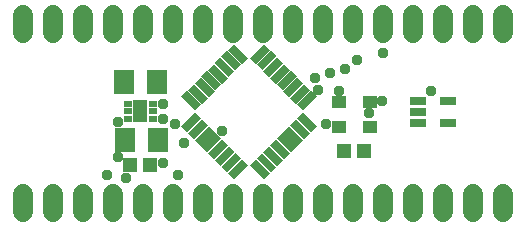
<source format=gbr>
G04 EAGLE Gerber RS-274X export*
G75*
%MOMM*%
%FSLAX34Y34*%
%LPD*%
%INSoldermask Top*%
%IPPOS*%
%AMOC8*
5,1,8,0,0,1.08239X$1,22.5*%
G01*
%ADD10R,1.803200X2.003200*%
%ADD11R,1.403200X0.803200*%
%ADD12R,0.803200X0.553200*%
%ADD13R,1.303200X1.903200*%
%ADD14C,1.727200*%
%ADD15R,1.203200X1.303200*%
%ADD16R,0.711200X1.676400*%
%ADD17R,1.203200X1.003200*%
%ADD18C,0.959600*%


D10*
X109600Y75900D03*
X137600Y75900D03*
X108800Y124900D03*
X136800Y124900D03*
D11*
X358200Y109200D03*
X358200Y99700D03*
X358200Y90200D03*
X383200Y90200D03*
X383200Y109200D03*
D12*
X112400Y106900D03*
X112400Y100400D03*
X112400Y93900D03*
X133400Y93900D03*
X133400Y100400D03*
X133400Y106900D03*
D13*
X122900Y100400D03*
D14*
X23400Y30020D02*
X23400Y14780D01*
X48800Y14780D02*
X48800Y30020D01*
X74200Y30020D02*
X74200Y14780D01*
X99600Y14780D02*
X99600Y30020D01*
X125000Y30020D02*
X125000Y14780D01*
X150400Y14780D02*
X150400Y30020D01*
X175800Y30020D02*
X175800Y14780D01*
X201200Y14780D02*
X201200Y30020D01*
X226600Y30020D02*
X226600Y14780D01*
X252000Y14780D02*
X252000Y30020D01*
X277400Y30020D02*
X277400Y14780D01*
X302800Y14780D02*
X302800Y30020D01*
X328200Y30020D02*
X328200Y14780D01*
X353600Y14780D02*
X353600Y30020D01*
X379000Y30020D02*
X379000Y14780D01*
X404400Y14780D02*
X404400Y30020D01*
X429800Y30020D02*
X429800Y14780D01*
X429800Y166280D02*
X429800Y181520D01*
X404400Y181520D02*
X404400Y166280D01*
X379000Y166280D02*
X379000Y181520D01*
X353600Y181520D02*
X353600Y166280D01*
X328200Y166280D02*
X328200Y181520D01*
X302800Y181520D02*
X302800Y166280D01*
X277400Y166280D02*
X277400Y181520D01*
X252000Y181520D02*
X252000Y166280D01*
X226600Y166280D02*
X226600Y181520D01*
X201200Y181520D02*
X201200Y166280D01*
X175800Y166280D02*
X175800Y181520D01*
X150400Y181520D02*
X150400Y166280D01*
X125000Y166280D02*
X125000Y181520D01*
X99600Y181520D02*
X99600Y166280D01*
X74200Y166280D02*
X74200Y181520D01*
X48800Y181520D02*
X48800Y166280D01*
X23400Y166280D02*
X23400Y181520D01*
D15*
X114200Y54700D03*
X131200Y54700D03*
X295100Y66700D03*
X312100Y66700D03*
D16*
G36*
X162635Y82520D02*
X157606Y87549D01*
X169459Y99402D01*
X174488Y94373D01*
X162635Y82520D01*
G37*
G36*
X168203Y76952D02*
X163174Y81981D01*
X175027Y93834D01*
X180056Y88805D01*
X168203Y76952D01*
G37*
G36*
X173951Y71204D02*
X168922Y76233D01*
X180775Y88086D01*
X185804Y83057D01*
X173951Y71204D01*
G37*
G36*
X179518Y65637D02*
X174489Y70666D01*
X186342Y82519D01*
X191371Y77490D01*
X179518Y65637D01*
G37*
G36*
X185266Y59889D02*
X180237Y64918D01*
X192090Y76771D01*
X197119Y71742D01*
X185266Y59889D01*
G37*
G36*
X190833Y54322D02*
X185804Y59351D01*
X197657Y71204D01*
X202686Y66175D01*
X190833Y54322D01*
G37*
G36*
X196581Y48574D02*
X191552Y53603D01*
X203405Y65456D01*
X208434Y60427D01*
X196581Y48574D01*
G37*
G36*
X202149Y43006D02*
X197120Y48035D01*
X208973Y59888D01*
X214002Y54859D01*
X202149Y43006D01*
G37*
G36*
X215798Y54859D02*
X220827Y59888D01*
X232680Y48035D01*
X227651Y43006D01*
X215798Y54859D01*
G37*
G36*
X221366Y60427D02*
X226395Y65456D01*
X238248Y53603D01*
X233219Y48574D01*
X221366Y60427D01*
G37*
G36*
X227114Y66175D02*
X232143Y71204D01*
X243996Y59351D01*
X238967Y54322D01*
X227114Y66175D01*
G37*
G36*
X232681Y71742D02*
X237710Y76771D01*
X249563Y64918D01*
X244534Y59889D01*
X232681Y71742D01*
G37*
G36*
X238429Y77490D02*
X243458Y82519D01*
X255311Y70666D01*
X250282Y65637D01*
X238429Y77490D01*
G37*
G36*
X243996Y83057D02*
X249025Y88086D01*
X260878Y76233D01*
X255849Y71204D01*
X243996Y83057D01*
G37*
G36*
X249744Y88805D02*
X254773Y93834D01*
X266626Y81981D01*
X261597Y76952D01*
X249744Y88805D01*
G37*
G36*
X255312Y94373D02*
X260341Y99402D01*
X272194Y87549D01*
X267165Y82520D01*
X255312Y94373D01*
G37*
G36*
X260341Y101198D02*
X255312Y106227D01*
X267165Y118080D01*
X272194Y113051D01*
X260341Y101198D01*
G37*
G36*
X254773Y106766D02*
X249744Y111795D01*
X261597Y123648D01*
X266626Y118619D01*
X254773Y106766D01*
G37*
G36*
X249025Y112514D02*
X243996Y117543D01*
X255849Y129396D01*
X260878Y124367D01*
X249025Y112514D01*
G37*
G36*
X243458Y118081D02*
X238429Y123110D01*
X250282Y134963D01*
X255311Y129934D01*
X243458Y118081D01*
G37*
G36*
X237710Y123829D02*
X232681Y128858D01*
X244534Y140711D01*
X249563Y135682D01*
X237710Y123829D01*
G37*
G36*
X232143Y129396D02*
X227114Y134425D01*
X238967Y146278D01*
X243996Y141249D01*
X232143Y129396D01*
G37*
G36*
X226395Y135144D02*
X221366Y140173D01*
X233219Y152026D01*
X238248Y146997D01*
X226395Y135144D01*
G37*
G36*
X220827Y140712D02*
X215798Y145741D01*
X227651Y157594D01*
X232680Y152565D01*
X220827Y140712D01*
G37*
G36*
X197120Y152565D02*
X202149Y157594D01*
X214002Y145741D01*
X208973Y140712D01*
X197120Y152565D01*
G37*
G36*
X191552Y146997D02*
X196581Y152026D01*
X208434Y140173D01*
X203405Y135144D01*
X191552Y146997D01*
G37*
G36*
X185804Y141249D02*
X190833Y146278D01*
X202686Y134425D01*
X197657Y129396D01*
X185804Y141249D01*
G37*
G36*
X180237Y135682D02*
X185266Y140711D01*
X197119Y128858D01*
X192090Y123829D01*
X180237Y135682D01*
G37*
G36*
X174489Y129934D02*
X179518Y134963D01*
X191371Y123110D01*
X186342Y118081D01*
X174489Y129934D01*
G37*
G36*
X168922Y124367D02*
X173951Y129396D01*
X185804Y117543D01*
X180775Y112514D01*
X168922Y124367D01*
G37*
G36*
X163174Y118619D02*
X168203Y123648D01*
X180056Y111795D01*
X175027Y106766D01*
X163174Y118619D01*
G37*
G36*
X157606Y113051D02*
X162635Y118080D01*
X174488Y106227D01*
X169459Y101198D01*
X157606Y113051D01*
G37*
D17*
X291100Y87100D03*
X317100Y87100D03*
X317100Y108100D03*
X291100Y108100D03*
D18*
X291250Y117500D03*
X368750Y117500D03*
X142500Y106250D03*
X103750Y91250D03*
X327500Y108750D03*
X111250Y43750D03*
X316250Y98750D03*
X273750Y118750D03*
X280000Y90000D03*
X296250Y136250D03*
X306250Y143750D03*
X283750Y132500D03*
X328750Y150000D03*
X271250Y128750D03*
X192500Y83750D03*
X155000Y46250D03*
X152500Y90000D03*
X95000Y46250D03*
X160000Y73750D03*
X142500Y56250D03*
X142500Y93750D03*
X103750Y61250D03*
M02*

</source>
